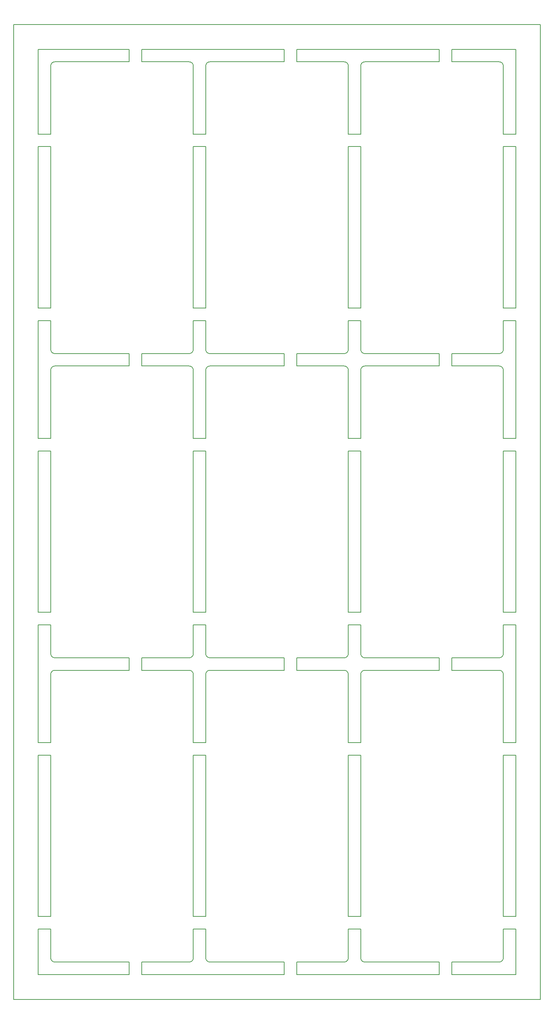
<source format=gbr>
G04 #@! TF.GenerationSoftware,KiCad,Pcbnew,(5.0.0)*
G04 #@! TF.CreationDate,2019-01-02T15:44:26-06:00*
G04 #@! TF.ProjectId,fk-sonar-v0.07-03x03,666B2D736F6E61722D76302E30372D30,0.1*
G04 #@! TF.SameCoordinates,Original*
G04 #@! TF.FileFunction,Profile,NP*
%FSLAX46Y46*%
G04 Gerber Fmt 4.6, Leading zero omitted, Abs format (unit mm)*
G04 Created by KiCad (PCBNEW (5.0.0)) date 01/02/19 15:44:26*
%MOMM*%
%LPD*%
G01*
G04 APERTURE LIST*
%ADD10C,0.150000*%
G04 APERTURE END LIST*
D10*
X64100000Y-243520000D02*
X64100000Y-8020000D01*
X191600000Y-243520000D02*
X64100000Y-243520000D01*
X191600000Y-8020000D02*
X191600000Y-243520000D01*
X64100000Y-8020000D02*
X191600000Y-8020000D01*
X129600000Y-237520000D02*
X95100000Y-237520000D01*
X167100000Y-237520000D02*
X132600000Y-237520000D01*
X185600000Y-237520000D02*
X170100000Y-237520000D01*
X185600000Y-226520000D02*
X185600000Y-237520000D01*
X185600000Y-184520000D02*
X185600000Y-223520000D01*
X185600000Y-153020000D02*
X185600000Y-181520000D01*
X185600000Y-111020000D02*
X185600000Y-150020000D01*
X185600000Y-79520000D02*
X185600000Y-108020000D01*
X182600000Y-79520000D02*
X185600000Y-79520000D01*
X185600000Y-76520000D02*
X182600000Y-76520000D01*
X185600000Y-37520000D02*
X185600000Y-76520000D01*
X182600000Y-37520000D02*
X185600000Y-37520000D01*
X182600000Y-34520000D02*
X185600000Y-34520000D01*
X185600000Y-14020000D02*
X185600000Y-34520000D01*
X170100000Y-14020000D02*
X185600000Y-14020000D01*
X132600000Y-14020000D02*
X167100000Y-14020000D01*
X95100000Y-14020000D02*
X129600000Y-14020000D01*
X185600000Y-111020000D02*
X182600000Y-111020000D01*
X182600000Y-108020000D02*
X185600000Y-108020000D01*
X182600000Y-150020000D02*
X185600000Y-150020000D01*
X185600000Y-153020000D02*
X182600000Y-153020000D01*
X185600000Y-184520000D02*
X182600000Y-184520000D01*
X182600000Y-181520000D02*
X185600000Y-181520000D01*
X182600000Y-223520000D02*
X185600000Y-223520000D01*
X185600000Y-226520000D02*
X182600000Y-226520000D01*
X170100000Y-234520000D02*
X170100000Y-237520000D01*
X167100000Y-237520000D02*
X167100000Y-234520000D01*
X132600000Y-234520000D02*
X132600000Y-237520000D01*
X129600000Y-237520000D02*
X129600000Y-234520000D01*
X92100000Y-237520000D02*
X92100000Y-234520000D01*
X95100000Y-234520000D02*
X95100000Y-237520000D01*
X70100000Y-237520000D02*
X92100000Y-237520000D01*
X70100000Y-226520000D02*
X70100000Y-237520000D01*
X70100000Y-184520000D02*
X70100000Y-223520000D01*
X70100000Y-153020000D02*
X70100000Y-181520000D01*
X70100000Y-111020000D02*
X70100000Y-150020000D01*
X70100000Y-79520000D02*
X70100000Y-108020000D01*
X70100000Y-37520000D02*
X70100000Y-76520000D01*
X70100000Y-14020000D02*
X70100000Y-34520000D01*
X70100000Y-14020000D02*
X92100000Y-14020000D01*
X170100000Y-164020000D02*
X181600000Y-164020000D01*
X132600000Y-164020000D02*
X144100000Y-164020000D01*
X95100000Y-164020000D02*
X106600000Y-164020000D01*
X170100000Y-90520000D02*
X181600000Y-90520000D01*
X132600000Y-90520000D02*
X144100000Y-90520000D01*
X95100000Y-90520000D02*
X106600000Y-90520000D01*
X170100000Y-17020000D02*
X181600000Y-17020000D01*
X132600000Y-17020000D02*
X144100000Y-17020000D01*
X167100000Y-164020000D02*
X167100000Y-161020000D01*
X129600000Y-164020000D02*
X129600000Y-161020000D01*
X92100000Y-164020000D02*
X92100000Y-161020000D01*
X167100000Y-90520000D02*
X167100000Y-87520000D01*
X129600000Y-90520000D02*
X129600000Y-87520000D01*
X92100000Y-90520000D02*
X92100000Y-87520000D01*
X167100000Y-17020000D02*
X167100000Y-14020000D01*
X129600000Y-17020000D02*
X129600000Y-14020000D01*
X170100000Y-161020000D02*
X170100000Y-164020000D01*
X132600000Y-161020000D02*
X132600000Y-164020000D01*
X95100000Y-161020000D02*
X95100000Y-164020000D01*
X170100000Y-87520000D02*
X170100000Y-90520000D01*
X132600000Y-87520000D02*
X132600000Y-90520000D01*
X95100000Y-87520000D02*
X95100000Y-90520000D01*
X170100000Y-14020000D02*
X170100000Y-17020000D01*
X132600000Y-14020000D02*
X132600000Y-17020000D01*
X149100000Y-234520000D02*
G75*
G02X148100000Y-233520000I0J1000000D01*
G01*
X111600000Y-234520000D02*
G75*
G02X110600000Y-233520000I0J1000000D01*
G01*
X74100000Y-234520000D02*
G75*
G02X73100000Y-233520000I0J1000000D01*
G01*
X149100000Y-161020000D02*
G75*
G02X148100000Y-160020000I0J1000000D01*
G01*
X111600000Y-161020000D02*
G75*
G02X110600000Y-160020000I0J1000000D01*
G01*
X74100000Y-161020000D02*
G75*
G02X73100000Y-160020000I0J1000000D01*
G01*
X149100000Y-87520000D02*
G75*
G02X148100000Y-86520000I0J1000000D01*
G01*
X111600000Y-87520000D02*
G75*
G02X110600000Y-86520000I0J1000000D01*
G01*
X148100000Y-165020000D02*
G75*
G02X149100000Y-164020000I1000000J0D01*
G01*
X110600000Y-165020000D02*
G75*
G02X111600000Y-164020000I1000000J0D01*
G01*
X73100000Y-165020000D02*
G75*
G02X74100000Y-164020000I1000000J0D01*
G01*
X148100000Y-91520000D02*
G75*
G02X149100000Y-90520000I1000000J0D01*
G01*
X110600000Y-91520000D02*
G75*
G02X111600000Y-90520000I1000000J0D01*
G01*
X73100000Y-91520000D02*
G75*
G02X74100000Y-90520000I1000000J0D01*
G01*
X148100000Y-18020000D02*
G75*
G02X149100000Y-17020000I1000000J0D01*
G01*
X110600000Y-18020000D02*
G75*
G02X111600000Y-17020000I1000000J0D01*
G01*
X182600000Y-233520000D02*
G75*
G02X181600000Y-234520000I-1000000J0D01*
G01*
X145100000Y-233520000D02*
G75*
G02X144100000Y-234520000I-1000000J0D01*
G01*
X107600000Y-233520000D02*
G75*
G02X106600000Y-234520000I-1000000J0D01*
G01*
X182600000Y-160020000D02*
G75*
G02X181600000Y-161020000I-1000000J0D01*
G01*
X145100000Y-160020000D02*
G75*
G02X144100000Y-161020000I-1000000J0D01*
G01*
X107600000Y-160020000D02*
G75*
G02X106600000Y-161020000I-1000000J0D01*
G01*
X182600000Y-86520000D02*
G75*
G02X181600000Y-87520000I-1000000J0D01*
G01*
X145100000Y-86520000D02*
G75*
G02X144100000Y-87520000I-1000000J0D01*
G01*
X181600000Y-164020000D02*
G75*
G02X182600000Y-165020000I0J-1000000D01*
G01*
X144100000Y-164020000D02*
G75*
G02X145100000Y-165020000I0J-1000000D01*
G01*
X106600000Y-164020000D02*
G75*
G02X107600000Y-165020000I0J-1000000D01*
G01*
X181600000Y-90520000D02*
G75*
G02X182600000Y-91520000I0J-1000000D01*
G01*
X144100000Y-90520000D02*
G75*
G02X145100000Y-91520000I0J-1000000D01*
G01*
X106600000Y-90520000D02*
G75*
G02X107600000Y-91520000I0J-1000000D01*
G01*
X181600000Y-17020000D02*
G75*
G02X182600000Y-18020000I0J-1000000D01*
G01*
X144100000Y-17020000D02*
G75*
G02X145100000Y-18020000I0J-1000000D01*
G01*
X148100000Y-181520000D02*
X148100000Y-165020000D01*
X110600000Y-181520000D02*
X110600000Y-165020000D01*
X73100000Y-181520000D02*
X73100000Y-165020000D01*
X148100000Y-108020000D02*
X148100000Y-91520000D01*
X110600000Y-108020000D02*
X110600000Y-91520000D01*
X73100000Y-108020000D02*
X73100000Y-91520000D01*
X148100000Y-34520000D02*
X148100000Y-18020000D01*
X110600000Y-34520000D02*
X110600000Y-18020000D01*
X145100000Y-181520000D02*
X148100000Y-181520000D01*
X107600000Y-181520000D02*
X110600000Y-181520000D01*
X70100000Y-181520000D02*
X73100000Y-181520000D01*
X145100000Y-108020000D02*
X148100000Y-108020000D01*
X107600000Y-108020000D02*
X110600000Y-108020000D01*
X70100000Y-108020000D02*
X73100000Y-108020000D01*
X145100000Y-34520000D02*
X148100000Y-34520000D01*
X107600000Y-34520000D02*
X110600000Y-34520000D01*
X148100000Y-184520000D02*
X145100000Y-184520000D01*
X110600000Y-184520000D02*
X107600000Y-184520000D01*
X73100000Y-184520000D02*
X70100000Y-184520000D01*
X148100000Y-111020000D02*
X145100000Y-111020000D01*
X110600000Y-111020000D02*
X107600000Y-111020000D01*
X73100000Y-111020000D02*
X70100000Y-111020000D01*
X148100000Y-37520000D02*
X145100000Y-37520000D01*
X110600000Y-37520000D02*
X107600000Y-37520000D01*
X145100000Y-223520000D02*
X148100000Y-223520000D01*
X107600000Y-223520000D02*
X110600000Y-223520000D01*
X70100000Y-223520000D02*
X73100000Y-223520000D01*
X145100000Y-150020000D02*
X148100000Y-150020000D01*
X107600000Y-150020000D02*
X110600000Y-150020000D01*
X70100000Y-150020000D02*
X73100000Y-150020000D01*
X145100000Y-76520000D02*
X148100000Y-76520000D01*
X107600000Y-76520000D02*
X110600000Y-76520000D01*
X182600000Y-165020000D02*
X182600000Y-181520000D01*
X145100000Y-165020000D02*
X145100000Y-181520000D01*
X107600000Y-165020000D02*
X107600000Y-181520000D01*
X182600000Y-91520000D02*
X182600000Y-108020000D01*
X145100000Y-91520000D02*
X145100000Y-108020000D01*
X107600000Y-91520000D02*
X107600000Y-108020000D01*
X182600000Y-18020000D02*
X182600000Y-34520000D01*
X145100000Y-18020000D02*
X145100000Y-34520000D01*
X167100000Y-234520000D02*
X149100000Y-234520000D01*
X129600000Y-234520000D02*
X111600000Y-234520000D01*
X92100000Y-234520000D02*
X74100000Y-234520000D01*
X167100000Y-161020000D02*
X149100000Y-161020000D01*
X129600000Y-161020000D02*
X111600000Y-161020000D01*
X92100000Y-161020000D02*
X74100000Y-161020000D01*
X167100000Y-87520000D02*
X149100000Y-87520000D01*
X129600000Y-87520000D02*
X111600000Y-87520000D01*
X182600000Y-226520000D02*
X182600000Y-233520000D01*
X145100000Y-226520000D02*
X145100000Y-233520000D01*
X107600000Y-226520000D02*
X107600000Y-233520000D01*
X182600000Y-153020000D02*
X182600000Y-160020000D01*
X145100000Y-153020000D02*
X145100000Y-160020000D01*
X107600000Y-153020000D02*
X107600000Y-160020000D01*
X182600000Y-79520000D02*
X182600000Y-86520000D01*
X145100000Y-79520000D02*
X145100000Y-86520000D01*
X148100000Y-233520000D02*
X148100000Y-226520000D01*
X110600000Y-233520000D02*
X110600000Y-226520000D01*
X73100000Y-233520000D02*
X73100000Y-226520000D01*
X148100000Y-160020000D02*
X148100000Y-153020000D01*
X110600000Y-160020000D02*
X110600000Y-153020000D01*
X73100000Y-160020000D02*
X73100000Y-153020000D01*
X148100000Y-86520000D02*
X148100000Y-79520000D01*
X110600000Y-86520000D02*
X110600000Y-79520000D01*
X148100000Y-223520000D02*
X148100000Y-184520000D01*
X110600000Y-223520000D02*
X110600000Y-184520000D01*
X73100000Y-223520000D02*
X73100000Y-184520000D01*
X148100000Y-150020000D02*
X148100000Y-111020000D01*
X110600000Y-150020000D02*
X110600000Y-111020000D01*
X73100000Y-150020000D02*
X73100000Y-111020000D01*
X148100000Y-76520000D02*
X148100000Y-37520000D01*
X110600000Y-76520000D02*
X110600000Y-37520000D01*
X148100000Y-226520000D02*
X145100000Y-226520000D01*
X110600000Y-226520000D02*
X107600000Y-226520000D01*
X73100000Y-226520000D02*
X70100000Y-226520000D01*
X148100000Y-153020000D02*
X145100000Y-153020000D01*
X110600000Y-153020000D02*
X107600000Y-153020000D01*
X73100000Y-153020000D02*
X70100000Y-153020000D01*
X148100000Y-79520000D02*
X145100000Y-79520000D01*
X110600000Y-79520000D02*
X107600000Y-79520000D01*
X181600000Y-234520000D02*
X170100000Y-234520000D01*
X144100000Y-234520000D02*
X132600000Y-234520000D01*
X106600000Y-234520000D02*
X95100000Y-234520000D01*
X181600000Y-161020000D02*
X170100000Y-161020000D01*
X144100000Y-161020000D02*
X132600000Y-161020000D01*
X106600000Y-161020000D02*
X95100000Y-161020000D01*
X181600000Y-87520000D02*
X170100000Y-87520000D01*
X144100000Y-87520000D02*
X132600000Y-87520000D01*
X182600000Y-184520000D02*
X182600000Y-223520000D01*
X145100000Y-184520000D02*
X145100000Y-223520000D01*
X107600000Y-184520000D02*
X107600000Y-223520000D01*
X182600000Y-111020000D02*
X182600000Y-150020000D01*
X145100000Y-111020000D02*
X145100000Y-150020000D01*
X107600000Y-111020000D02*
X107600000Y-150020000D01*
X182600000Y-37520000D02*
X182600000Y-76520000D01*
X145100000Y-37520000D02*
X145100000Y-76520000D01*
X149100000Y-164020000D02*
X167100000Y-164020000D01*
X111600000Y-164020000D02*
X129600000Y-164020000D01*
X74100000Y-164020000D02*
X92100000Y-164020000D01*
X149100000Y-90520000D02*
X167100000Y-90520000D01*
X111600000Y-90520000D02*
X129600000Y-90520000D01*
X74100000Y-90520000D02*
X92100000Y-90520000D01*
X149100000Y-17020000D02*
X167100000Y-17020000D01*
X111600000Y-17020000D02*
X129600000Y-17020000D01*
X95100000Y-17020000D02*
X106600000Y-17020000D01*
X95100000Y-14020000D02*
X95100000Y-17020000D01*
X92100000Y-17020000D02*
X92100000Y-14020000D01*
X74100000Y-17020000D02*
X92100000Y-17020000D01*
X73100000Y-34520000D02*
X73100000Y-18020000D01*
X70100000Y-34520000D02*
X73100000Y-34520000D01*
X73100000Y-37520000D02*
X70100000Y-37520000D01*
X73100000Y-76520000D02*
X73100000Y-37520000D01*
X70100000Y-76520000D02*
X73100000Y-76520000D01*
X73100000Y-79520000D02*
X70100000Y-79520000D01*
X73100000Y-86520000D02*
X73100000Y-79520000D01*
X92100000Y-87520000D02*
X74100000Y-87520000D01*
X106600000Y-87520000D02*
X95100000Y-87520000D01*
X107600000Y-79520000D02*
X107600000Y-86520000D01*
X107600000Y-37520000D02*
X107600000Y-76520000D01*
X107600000Y-18020000D02*
X107600000Y-34520000D01*
X73100000Y-18020000D02*
G75*
G02X74100000Y-17020000I1000000J0D01*
G01*
X74100000Y-87520000D02*
G75*
G02X73100000Y-86520000I0J1000000D01*
G01*
X107600000Y-86520000D02*
G75*
G02X106600000Y-87520000I-1000000J0D01*
G01*
X106600000Y-17020000D02*
G75*
G02X107600000Y-18020000I0J-1000000D01*
G01*
M02*

</source>
